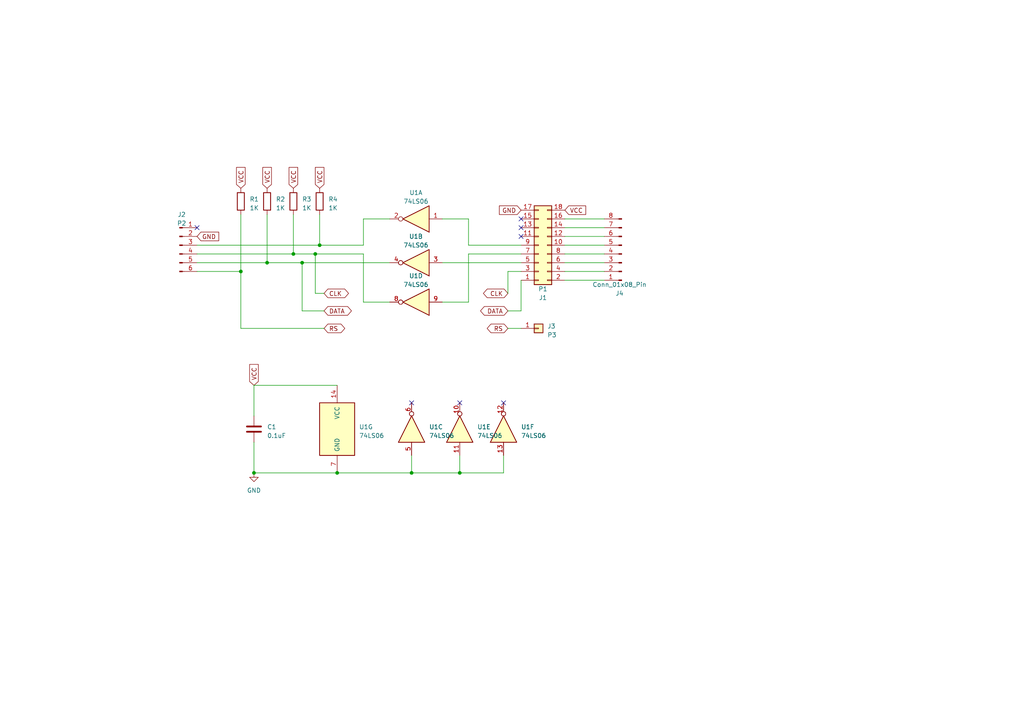
<source format=kicad_sch>
(kicad_sch (version 20230121) (generator eeschema)

  (uuid 25cd670d-0db9-4d1f-b987-b8950dbd7b1a)

  (paper "A4")

  (lib_symbols
    (symbol "74xx:74LS06" (pin_names (offset 1.016)) (in_bom yes) (on_board yes)
      (property "Reference" "U" (at 0 1.27 0)
        (effects (font (size 1.27 1.27)))
      )
      (property "Value" "74LS06" (at 0 -1.27 0)
        (effects (font (size 1.27 1.27)))
      )
      (property "Footprint" "" (at 0 0 0)
        (effects (font (size 1.27 1.27)) hide)
      )
      (property "Datasheet" "http://www.ti.com/lit/gpn/sn74LS06" (at 0 0 0)
        (effects (font (size 1.27 1.27)) hide)
      )
      (property "ki_locked" "" (at 0 0 0)
        (effects (font (size 1.27 1.27)))
      )
      (property "ki_keywords" "TTL not inv OpenCol" (at 0 0 0)
        (effects (font (size 1.27 1.27)) hide)
      )
      (property "ki_description" "Inverter Open Collect" (at 0 0 0)
        (effects (font (size 1.27 1.27)) hide)
      )
      (property "ki_fp_filters" "DIP*W7.62mm*" (at 0 0 0)
        (effects (font (size 1.27 1.27)) hide)
      )
      (symbol "74LS06_1_0"
        (polyline
          (pts
            (xy -3.81 3.81)
            (xy -3.81 -3.81)
            (xy 3.81 0)
            (xy -3.81 3.81)
          )
          (stroke (width 0.254) (type default))
          (fill (type background))
        )
        (pin input line (at -7.62 0 0) (length 3.81)
          (name "~" (effects (font (size 1.27 1.27))))
          (number "1" (effects (font (size 1.27 1.27))))
        )
        (pin open_collector inverted (at 7.62 0 180) (length 3.81)
          (name "~" (effects (font (size 1.27 1.27))))
          (number "2" (effects (font (size 1.27 1.27))))
        )
      )
      (symbol "74LS06_2_0"
        (polyline
          (pts
            (xy -3.81 3.81)
            (xy -3.81 -3.81)
            (xy 3.81 0)
            (xy -3.81 3.81)
          )
          (stroke (width 0.254) (type default))
          (fill (type background))
        )
        (pin input line (at -7.62 0 0) (length 3.81)
          (name "~" (effects (font (size 1.27 1.27))))
          (number "3" (effects (font (size 1.27 1.27))))
        )
        (pin open_collector inverted (at 7.62 0 180) (length 3.81)
          (name "~" (effects (font (size 1.27 1.27))))
          (number "4" (effects (font (size 1.27 1.27))))
        )
      )
      (symbol "74LS06_3_0"
        (polyline
          (pts
            (xy -3.81 3.81)
            (xy -3.81 -3.81)
            (xy 3.81 0)
            (xy -3.81 3.81)
          )
          (stroke (width 0.254) (type default))
          (fill (type background))
        )
        (pin input line (at -7.62 0 0) (length 3.81)
          (name "~" (effects (font (size 1.27 1.27))))
          (number "5" (effects (font (size 1.27 1.27))))
        )
        (pin open_collector inverted (at 7.62 0 180) (length 3.81)
          (name "~" (effects (font (size 1.27 1.27))))
          (number "6" (effects (font (size 1.27 1.27))))
        )
      )
      (symbol "74LS06_4_0"
        (polyline
          (pts
            (xy -3.81 3.81)
            (xy -3.81 -3.81)
            (xy 3.81 0)
            (xy -3.81 3.81)
          )
          (stroke (width 0.254) (type default))
          (fill (type background))
        )
        (pin open_collector inverted (at 7.62 0 180) (length 3.81)
          (name "~" (effects (font (size 1.27 1.27))))
          (number "8" (effects (font (size 1.27 1.27))))
        )
        (pin input line (at -7.62 0 0) (length 3.81)
          (name "~" (effects (font (size 1.27 1.27))))
          (number "9" (effects (font (size 1.27 1.27))))
        )
      )
      (symbol "74LS06_5_0"
        (polyline
          (pts
            (xy -3.81 3.81)
            (xy -3.81 -3.81)
            (xy 3.81 0)
            (xy -3.81 3.81)
          )
          (stroke (width 0.254) (type default))
          (fill (type background))
        )
        (pin open_collector inverted (at 7.62 0 180) (length 3.81)
          (name "~" (effects (font (size 1.27 1.27))))
          (number "10" (effects (font (size 1.27 1.27))))
        )
        (pin input line (at -7.62 0 0) (length 3.81)
          (name "~" (effects (font (size 1.27 1.27))))
          (number "11" (effects (font (size 1.27 1.27))))
        )
      )
      (symbol "74LS06_6_0"
        (polyline
          (pts
            (xy -3.81 3.81)
            (xy -3.81 -3.81)
            (xy 3.81 0)
            (xy -3.81 3.81)
          )
          (stroke (width 0.254) (type default))
          (fill (type background))
        )
        (pin open_collector inverted (at 7.62 0 180) (length 3.81)
          (name "~" (effects (font (size 1.27 1.27))))
          (number "12" (effects (font (size 1.27 1.27))))
        )
        (pin input line (at -7.62 0 0) (length 3.81)
          (name "~" (effects (font (size 1.27 1.27))))
          (number "13" (effects (font (size 1.27 1.27))))
        )
      )
      (symbol "74LS06_7_0"
        (pin power_in line (at 0 12.7 270) (length 5.08)
          (name "VCC" (effects (font (size 1.27 1.27))))
          (number "14" (effects (font (size 1.27 1.27))))
        )
        (pin power_in line (at 0 -12.7 90) (length 5.08)
          (name "GND" (effects (font (size 1.27 1.27))))
          (number "7" (effects (font (size 1.27 1.27))))
        )
      )
      (symbol "74LS06_7_1"
        (rectangle (start -5.08 7.62) (end 5.08 -7.62)
          (stroke (width 0.254) (type default))
          (fill (type background))
        )
      )
    )
    (symbol "Connector:Conn_01x06_Pin" (pin_names (offset 1.016) hide) (in_bom yes) (on_board yes)
      (property "Reference" "J" (at 0 7.62 0)
        (effects (font (size 1.27 1.27)))
      )
      (property "Value" "Conn_01x06_Pin" (at 0 -10.16 0)
        (effects (font (size 1.27 1.27)))
      )
      (property "Footprint" "" (at 0 0 0)
        (effects (font (size 1.27 1.27)) hide)
      )
      (property "Datasheet" "~" (at 0 0 0)
        (effects (font (size 1.27 1.27)) hide)
      )
      (property "ki_locked" "" (at 0 0 0)
        (effects (font (size 1.27 1.27)))
      )
      (property "ki_keywords" "connector" (at 0 0 0)
        (effects (font (size 1.27 1.27)) hide)
      )
      (property "ki_description" "Generic connector, single row, 01x06, script generated" (at 0 0 0)
        (effects (font (size 1.27 1.27)) hide)
      )
      (property "ki_fp_filters" "Connector*:*_1x??_*" (at 0 0 0)
        (effects (font (size 1.27 1.27)) hide)
      )
      (symbol "Conn_01x06_Pin_1_1"
        (polyline
          (pts
            (xy 1.27 -7.62)
            (xy 0.8636 -7.62)
          )
          (stroke (width 0.1524) (type default))
          (fill (type none))
        )
        (polyline
          (pts
            (xy 1.27 -5.08)
            (xy 0.8636 -5.08)
          )
          (stroke (width 0.1524) (type default))
          (fill (type none))
        )
        (polyline
          (pts
            (xy 1.27 -2.54)
            (xy 0.8636 -2.54)
          )
          (stroke (width 0.1524) (type default))
          (fill (type none))
        )
        (polyline
          (pts
            (xy 1.27 0)
            (xy 0.8636 0)
          )
          (stroke (width 0.1524) (type default))
          (fill (type none))
        )
        (polyline
          (pts
            (xy 1.27 2.54)
            (xy 0.8636 2.54)
          )
          (stroke (width 0.1524) (type default))
          (fill (type none))
        )
        (polyline
          (pts
            (xy 1.27 5.08)
            (xy 0.8636 5.08)
          )
          (stroke (width 0.1524) (type default))
          (fill (type none))
        )
        (rectangle (start 0.8636 -7.493) (end 0 -7.747)
          (stroke (width 0.1524) (type default))
          (fill (type outline))
        )
        (rectangle (start 0.8636 -4.953) (end 0 -5.207)
          (stroke (width 0.1524) (type default))
          (fill (type outline))
        )
        (rectangle (start 0.8636 -2.413) (end 0 -2.667)
          (stroke (width 0.1524) (type default))
          (fill (type outline))
        )
        (rectangle (start 0.8636 0.127) (end 0 -0.127)
          (stroke (width 0.1524) (type default))
          (fill (type outline))
        )
        (rectangle (start 0.8636 2.667) (end 0 2.413)
          (stroke (width 0.1524) (type default))
          (fill (type outline))
        )
        (rectangle (start 0.8636 5.207) (end 0 4.953)
          (stroke (width 0.1524) (type default))
          (fill (type outline))
        )
        (pin passive line (at 5.08 5.08 180) (length 3.81)
          (name "Pin_1" (effects (font (size 1.27 1.27))))
          (number "1" (effects (font (size 1.27 1.27))))
        )
        (pin passive line (at 5.08 2.54 180) (length 3.81)
          (name "Pin_2" (effects (font (size 1.27 1.27))))
          (number "2" (effects (font (size 1.27 1.27))))
        )
        (pin passive line (at 5.08 0 180) (length 3.81)
          (name "Pin_3" (effects (font (size 1.27 1.27))))
          (number "3" (effects (font (size 1.27 1.27))))
        )
        (pin passive line (at 5.08 -2.54 180) (length 3.81)
          (name "Pin_4" (effects (font (size 1.27 1.27))))
          (number "4" (effects (font (size 1.27 1.27))))
        )
        (pin passive line (at 5.08 -5.08 180) (length 3.81)
          (name "Pin_5" (effects (font (size 1.27 1.27))))
          (number "5" (effects (font (size 1.27 1.27))))
        )
        (pin passive line (at 5.08 -7.62 180) (length 3.81)
          (name "Pin_6" (effects (font (size 1.27 1.27))))
          (number "6" (effects (font (size 1.27 1.27))))
        )
      )
    )
    (symbol "Connector:Conn_01x08_Pin" (pin_names (offset 1.016) hide) (in_bom yes) (on_board yes)
      (property "Reference" "J" (at 0 10.16 0)
        (effects (font (size 1.27 1.27)))
      )
      (property "Value" "Conn_01x08_Pin" (at 0 -12.7 0)
        (effects (font (size 1.27 1.27)))
      )
      (property "Footprint" "" (at 0 0 0)
        (effects (font (size 1.27 1.27)) hide)
      )
      (property "Datasheet" "~" (at 0 0 0)
        (effects (font (size 1.27 1.27)) hide)
      )
      (property "ki_locked" "" (at 0 0 0)
        (effects (font (size 1.27 1.27)))
      )
      (property "ki_keywords" "connector" (at 0 0 0)
        (effects (font (size 1.27 1.27)) hide)
      )
      (property "ki_description" "Generic connector, single row, 01x08, script generated" (at 0 0 0)
        (effects (font (size 1.27 1.27)) hide)
      )
      (property "ki_fp_filters" "Connector*:*_1x??_*" (at 0 0 0)
        (effects (font (size 1.27 1.27)) hide)
      )
      (symbol "Conn_01x08_Pin_1_1"
        (polyline
          (pts
            (xy 1.27 -10.16)
            (xy 0.8636 -10.16)
          )
          (stroke (width 0.1524) (type default))
          (fill (type none))
        )
        (polyline
          (pts
            (xy 1.27 -7.62)
            (xy 0.8636 -7.62)
          )
          (stroke (width 0.1524) (type default))
          (fill (type none))
        )
        (polyline
          (pts
            (xy 1.27 -5.08)
            (xy 0.8636 -5.08)
          )
          (stroke (width 0.1524) (type default))
          (fill (type none))
        )
        (polyline
          (pts
            (xy 1.27 -2.54)
            (xy 0.8636 -2.54)
          )
          (stroke (width 0.1524) (type default))
          (fill (type none))
        )
        (polyline
          (pts
            (xy 1.27 0)
            (xy 0.8636 0)
          )
          (stroke (width 0.1524) (type default))
          (fill (type none))
        )
        (polyline
          (pts
            (xy 1.27 2.54)
            (xy 0.8636 2.54)
          )
          (stroke (width 0.1524) (type default))
          (fill (type none))
        )
        (polyline
          (pts
            (xy 1.27 5.08)
            (xy 0.8636 5.08)
          )
          (stroke (width 0.1524) (type default))
          (fill (type none))
        )
        (polyline
          (pts
            (xy 1.27 7.62)
            (xy 0.8636 7.62)
          )
          (stroke (width 0.1524) (type default))
          (fill (type none))
        )
        (rectangle (start 0.8636 -10.033) (end 0 -10.287)
          (stroke (width 0.1524) (type default))
          (fill (type outline))
        )
        (rectangle (start 0.8636 -7.493) (end 0 -7.747)
          (stroke (width 0.1524) (type default))
          (fill (type outline))
        )
        (rectangle (start 0.8636 -4.953) (end 0 -5.207)
          (stroke (width 0.1524) (type default))
          (fill (type outline))
        )
        (rectangle (start 0.8636 -2.413) (end 0 -2.667)
          (stroke (width 0.1524) (type default))
          (fill (type outline))
        )
        (rectangle (start 0.8636 0.127) (end 0 -0.127)
          (stroke (width 0.1524) (type default))
          (fill (type outline))
        )
        (rectangle (start 0.8636 2.667) (end 0 2.413)
          (stroke (width 0.1524) (type default))
          (fill (type outline))
        )
        (rectangle (start 0.8636 5.207) (end 0 4.953)
          (stroke (width 0.1524) (type default))
          (fill (type outline))
        )
        (rectangle (start 0.8636 7.747) (end 0 7.493)
          (stroke (width 0.1524) (type default))
          (fill (type outline))
        )
        (pin passive line (at 5.08 7.62 180) (length 3.81)
          (name "Pin_1" (effects (font (size 1.27 1.27))))
          (number "1" (effects (font (size 1.27 1.27))))
        )
        (pin passive line (at 5.08 5.08 180) (length 3.81)
          (name "Pin_2" (effects (font (size 1.27 1.27))))
          (number "2" (effects (font (size 1.27 1.27))))
        )
        (pin passive line (at 5.08 2.54 180) (length 3.81)
          (name "Pin_3" (effects (font (size 1.27 1.27))))
          (number "3" (effects (font (size 1.27 1.27))))
        )
        (pin passive line (at 5.08 0 180) (length 3.81)
          (name "Pin_4" (effects (font (size 1.27 1.27))))
          (number "4" (effects (font (size 1.27 1.27))))
        )
        (pin passive line (at 5.08 -2.54 180) (length 3.81)
          (name "Pin_5" (effects (font (size 1.27 1.27))))
          (number "5" (effects (font (size 1.27 1.27))))
        )
        (pin passive line (at 5.08 -5.08 180) (length 3.81)
          (name "Pin_6" (effects (font (size 1.27 1.27))))
          (number "6" (effects (font (size 1.27 1.27))))
        )
        (pin passive line (at 5.08 -7.62 180) (length 3.81)
          (name "Pin_7" (effects (font (size 1.27 1.27))))
          (number "7" (effects (font (size 1.27 1.27))))
        )
        (pin passive line (at 5.08 -10.16 180) (length 3.81)
          (name "Pin_8" (effects (font (size 1.27 1.27))))
          (number "8" (effects (font (size 1.27 1.27))))
        )
      )
    )
    (symbol "Connector_Generic:Conn_01x01" (pin_names (offset 1.016) hide) (in_bom yes) (on_board yes)
      (property "Reference" "J" (at 0 2.54 0)
        (effects (font (size 1.27 1.27)))
      )
      (property "Value" "Conn_01x01" (at 0 -2.54 0)
        (effects (font (size 1.27 1.27)))
      )
      (property "Footprint" "" (at 0 0 0)
        (effects (font (size 1.27 1.27)) hide)
      )
      (property "Datasheet" "~" (at 0 0 0)
        (effects (font (size 1.27 1.27)) hide)
      )
      (property "ki_keywords" "connector" (at 0 0 0)
        (effects (font (size 1.27 1.27)) hide)
      )
      (property "ki_description" "Generic connector, single row, 01x01, script generated (kicad-library-utils/schlib/autogen/connector/)" (at 0 0 0)
        (effects (font (size 1.27 1.27)) hide)
      )
      (property "ki_fp_filters" "Connector*:*_1x??_*" (at 0 0 0)
        (effects (font (size 1.27 1.27)) hide)
      )
      (symbol "Conn_01x01_1_1"
        (rectangle (start -1.27 0.127) (end 0 -0.127)
          (stroke (width 0.1524) (type default))
          (fill (type none))
        )
        (rectangle (start -1.27 1.27) (end 1.27 -1.27)
          (stroke (width 0.254) (type default))
          (fill (type background))
        )
        (pin passive line (at -5.08 0 0) (length 3.81)
          (name "Pin_1" (effects (font (size 1.27 1.27))))
          (number "1" (effects (font (size 1.27 1.27))))
        )
      )
    )
    (symbol "Connector_Generic:Conn_02x09_Odd_Even" (pin_names (offset 1.016) hide) (in_bom yes) (on_board yes)
      (property "Reference" "J" (at 1.27 12.7 0)
        (effects (font (size 1.27 1.27)))
      )
      (property "Value" "Conn_02x09_Odd_Even" (at 1.27 -12.7 0)
        (effects (font (size 1.27 1.27)))
      )
      (property "Footprint" "" (at 0 0 0)
        (effects (font (size 1.27 1.27)) hide)
      )
      (property "Datasheet" "~" (at 0 0 0)
        (effects (font (size 1.27 1.27)) hide)
      )
      (property "ki_keywords" "connector" (at 0 0 0)
        (effects (font (size 1.27 1.27)) hide)
      )
      (property "ki_description" "Generic connector, double row, 02x09, odd/even pin numbering scheme (row 1 odd numbers, row 2 even numbers), script generated (kicad-library-utils/schlib/autogen/connector/)" (at 0 0 0)
        (effects (font (size 1.27 1.27)) hide)
      )
      (property "ki_fp_filters" "Connector*:*_2x??_*" (at 0 0 0)
        (effects (font (size 1.27 1.27)) hide)
      )
      (symbol "Conn_02x09_Odd_Even_1_1"
        (rectangle (start -1.27 -10.033) (end 0 -10.287)
          (stroke (width 0.1524) (type default))
          (fill (type none))
        )
        (rectangle (start -1.27 -7.493) (end 0 -7.747)
          (stroke (width 0.1524) (type default))
          (fill (type none))
        )
        (rectangle (start -1.27 -4.953) (end 0 -5.207)
          (stroke (width 0.1524) (type default))
          (fill (type none))
        )
        (rectangle (start -1.27 -2.413) (end 0 -2.667)
          (stroke (width 0.1524) (type default))
          (fill (type none))
        )
        (rectangle (start -1.27 0.127) (end 0 -0.127)
          (stroke (width 0.1524) (type default))
          (fill (type none))
        )
        (rectangle (start -1.27 2.667) (end 0 2.413)
          (stroke (width 0.1524) (type default))
          (fill (type none))
        )
        (rectangle (start -1.27 5.207) (end 0 4.953)
          (stroke (width 0.1524) (type default))
          (fill (type none))
        )
        (rectangle (start -1.27 7.747) (end 0 7.493)
          (stroke (width 0.1524) (type default))
          (fill (type none))
        )
        (rectangle (start -1.27 10.287) (end 0 10.033)
          (stroke (width 0.1524) (type default))
          (fill (type none))
        )
        (rectangle (start -1.27 11.43) (end 3.81 -11.43)
          (stroke (width 0.254) (type default))
          (fill (type background))
        )
        (rectangle (start 3.81 -10.033) (end 2.54 -10.287)
          (stroke (width 0.1524) (type default))
          (fill (type none))
        )
        (rectangle (start 3.81 -7.493) (end 2.54 -7.747)
          (stroke (width 0.1524) (type default))
          (fill (type none))
        )
        (rectangle (start 3.81 -4.953) (end 2.54 -5.207)
          (stroke (width 0.1524) (type default))
          (fill (type none))
        )
        (rectangle (start 3.81 -2.413) (end 2.54 -2.667)
          (stroke (width 0.1524) (type default))
          (fill (type none))
        )
        (rectangle (start 3.81 0.127) (end 2.54 -0.127)
          (stroke (width 0.1524) (type default))
          (fill (type none))
        )
        (rectangle (start 3.81 2.667) (end 2.54 2.413)
          (stroke (width 0.1524) (type default))
          (fill (type none))
        )
        (rectangle (start 3.81 5.207) (end 2.54 4.953)
          (stroke (width 0.1524) (type default))
          (fill (type none))
        )
        (rectangle (start 3.81 7.747) (end 2.54 7.493)
          (stroke (width 0.1524) (type default))
          (fill (type none))
        )
        (rectangle (start 3.81 10.287) (end 2.54 10.033)
          (stroke (width 0.1524) (type default))
          (fill (type none))
        )
        (pin passive line (at -5.08 10.16 0) (length 3.81)
          (name "Pin_1" (effects (font (size 1.27 1.27))))
          (number "1" (effects (font (size 1.27 1.27))))
        )
        (pin passive line (at 7.62 0 180) (length 3.81)
          (name "Pin_10" (effects (font (size 1.27 1.27))))
          (number "10" (effects (font (size 1.27 1.27))))
        )
        (pin passive line (at -5.08 -2.54 0) (length 3.81)
          (name "Pin_11" (effects (font (size 1.27 1.27))))
          (number "11" (effects (font (size 1.27 1.27))))
        )
        (pin passive line (at 7.62 -2.54 180) (length 3.81)
          (name "Pin_12" (effects (font (size 1.27 1.27))))
          (number "12" (effects (font (size 1.27 1.27))))
        )
        (pin passive line (at -5.08 -5.08 0) (length 3.81)
          (name "Pin_13" (effects (font (size 1.27 1.27))))
          (number "13" (effects (font (size 1.27 1.27))))
        )
        (pin passive line (at 7.62 -5.08 180) (length 3.81)
          (name "Pin_14" (effects (font (size 1.27 1.27))))
          (number "14" (effects (font (size 1.27 1.27))))
        )
        (pin passive line (at -5.08 -7.62 0) (length 3.81)
          (name "Pin_15" (effects (font (size 1.27 1.27))))
          (number "15" (effects (font (size 1.27 1.27))))
        )
        (pin passive line (at 7.62 -7.62 180) (length 3.81)
          (name "Pin_16" (effects (font (size 1.27 1.27))))
          (number "16" (effects (font (size 1.27 1.27))))
        )
        (pin passive line (at -5.08 -10.16 0) (length 3.81)
          (name "Pin_17" (effects (font (size 1.27 1.27))))
          (number "17" (effects (font (size 1.27 1.27))))
        )
        (pin passive line (at 7.62 -10.16 180) (length 3.81)
          (name "Pin_18" (effects (font (size 1.27 1.27))))
          (number "18" (effects (font (size 1.27 1.27))))
        )
        (pin passive line (at 7.62 10.16 180) (length 3.81)
          (name "Pin_2" (effects (font (size 1.27 1.27))))
          (number "2" (effects (font (size 1.27 1.27))))
        )
        (pin passive line (at -5.08 7.62 0) (length 3.81)
          (name "Pin_3" (effects (font (size 1.27 1.27))))
          (number "3" (effects (font (size 1.27 1.27))))
        )
        (pin passive line (at 7.62 7.62 180) (length 3.81)
          (name "Pin_4" (effects (font (size 1.27 1.27))))
          (number "4" (effects (font (size 1.27 1.27))))
        )
        (pin passive line (at -5.08 5.08 0) (length 3.81)
          (name "Pin_5" (effects (font (size 1.27 1.27))))
          (number "5" (effects (font (size 1.27 1.27))))
        )
        (pin passive line (at 7.62 5.08 180) (length 3.81)
          (name "Pin_6" (effects (font (size 1.27 1.27))))
          (number "6" (effects (font (size 1.27 1.27))))
        )
        (pin passive line (at -5.08 2.54 0) (length 3.81)
          (name "Pin_7" (effects (font (size 1.27 1.27))))
          (number "7" (effects (font (size 1.27 1.27))))
        )
        (pin passive line (at 7.62 2.54 180) (length 3.81)
          (name "Pin_8" (effects (font (size 1.27 1.27))))
          (number "8" (effects (font (size 1.27 1.27))))
        )
        (pin passive line (at -5.08 0 0) (length 3.81)
          (name "Pin_9" (effects (font (size 1.27 1.27))))
          (number "9" (effects (font (size 1.27 1.27))))
        )
      )
    )
    (symbol "Device:C" (pin_numbers hide) (pin_names (offset 0.254)) (in_bom yes) (on_board yes)
      (property "Reference" "C" (at 0.635 2.54 0)
        (effects (font (size 1.27 1.27)) (justify left))
      )
      (property "Value" "C" (at 0.635 -2.54 0)
        (effects (font (size 1.27 1.27)) (justify left))
      )
      (property "Footprint" "" (at 0.9652 -3.81 0)
        (effects (font (size 1.27 1.27)) hide)
      )
      (property "Datasheet" "~" (at 0 0 0)
        (effects (font (size 1.27 1.27)) hide)
      )
      (property "ki_keywords" "cap capacitor" (at 0 0 0)
        (effects (font (size 1.27 1.27)) hide)
      )
      (property "ki_description" "Unpolarized capacitor" (at 0 0 0)
        (effects (font (size 1.27 1.27)) hide)
      )
      (property "ki_fp_filters" "C_*" (at 0 0 0)
        (effects (font (size 1.27 1.27)) hide)
      )
      (symbol "C_0_1"
        (polyline
          (pts
            (xy -2.032 -0.762)
            (xy 2.032 -0.762)
          )
          (stroke (width 0.508) (type default))
          (fill (type none))
        )
        (polyline
          (pts
            (xy -2.032 0.762)
            (xy 2.032 0.762)
          )
          (stroke (width 0.508) (type default))
          (fill (type none))
        )
      )
      (symbol "C_1_1"
        (pin passive line (at 0 3.81 270) (length 2.794)
          (name "~" (effects (font (size 1.27 1.27))))
          (number "1" (effects (font (size 1.27 1.27))))
        )
        (pin passive line (at 0 -3.81 90) (length 2.794)
          (name "~" (effects (font (size 1.27 1.27))))
          (number "2" (effects (font (size 1.27 1.27))))
        )
      )
    )
    (symbol "Device:R" (pin_numbers hide) (pin_names (offset 0)) (in_bom yes) (on_board yes)
      (property "Reference" "R" (at 2.032 0 90)
        (effects (font (size 1.27 1.27)))
      )
      (property "Value" "R" (at 0 0 90)
        (effects (font (size 1.27 1.27)))
      )
      (property "Footprint" "" (at -1.778 0 90)
        (effects (font (size 1.27 1.27)) hide)
      )
      (property "Datasheet" "~" (at 0 0 0)
        (effects (font (size 1.27 1.27)) hide)
      )
      (property "ki_keywords" "R res resistor" (at 0 0 0)
        (effects (font (size 1.27 1.27)) hide)
      )
      (property "ki_description" "Resistor" (at 0 0 0)
        (effects (font (size 1.27 1.27)) hide)
      )
      (property "ki_fp_filters" "R_*" (at 0 0 0)
        (effects (font (size 1.27 1.27)) hide)
      )
      (symbol "R_0_1"
        (rectangle (start -1.016 -2.54) (end 1.016 2.54)
          (stroke (width 0.254) (type default))
          (fill (type none))
        )
      )
      (symbol "R_1_1"
        (pin passive line (at 0 3.81 270) (length 1.27)
          (name "~" (effects (font (size 1.27 1.27))))
          (number "1" (effects (font (size 1.27 1.27))))
        )
        (pin passive line (at 0 -3.81 90) (length 1.27)
          (name "~" (effects (font (size 1.27 1.27))))
          (number "2" (effects (font (size 1.27 1.27))))
        )
      )
    )
    (symbol "power:GND" (power) (pin_names (offset 0)) (in_bom yes) (on_board yes)
      (property "Reference" "#PWR" (at 0 -6.35 0)
        (effects (font (size 1.27 1.27)) hide)
      )
      (property "Value" "GND" (at 0 -3.81 0)
        (effects (font (size 1.27 1.27)))
      )
      (property "Footprint" "" (at 0 0 0)
        (effects (font (size 1.27 1.27)) hide)
      )
      (property "Datasheet" "" (at 0 0 0)
        (effects (font (size 1.27 1.27)) hide)
      )
      (property "ki_keywords" "global power" (at 0 0 0)
        (effects (font (size 1.27 1.27)) hide)
      )
      (property "ki_description" "Power symbol creates a global label with name \"GND\" , ground" (at 0 0 0)
        (effects (font (size 1.27 1.27)) hide)
      )
      (symbol "GND_0_1"
        (polyline
          (pts
            (xy 0 0)
            (xy 0 -1.27)
            (xy 1.27 -1.27)
            (xy 0 -2.54)
            (xy -1.27 -1.27)
            (xy 0 -1.27)
          )
          (stroke (width 0) (type default))
          (fill (type none))
        )
      )
      (symbol "GND_1_1"
        (pin power_in line (at 0 0 270) (length 0) hide
          (name "GND" (effects (font (size 1.27 1.27))))
          (number "1" (effects (font (size 1.27 1.27))))
        )
      )
    )
  )


  (junction (at 133.35 137.16) (diameter 0) (color 0 0 0 0)
    (uuid 11d6ef58-24ce-4fbf-abd6-f9b5c36539f5)
  )
  (junction (at 91.44 73.66) (diameter 0) (color 0 0 0 0)
    (uuid 1424f3dd-ee25-4db0-9c06-726173c63578)
  )
  (junction (at 85.09 73.66) (diameter 0) (color 0 0 0 0)
    (uuid 2dffcacd-ea84-4d09-b7e9-dead02c7cc54)
  )
  (junction (at 69.85 78.74) (diameter 0) (color 0 0 0 0)
    (uuid 43196897-20ff-4518-b5f2-cfdac9ab33ea)
  )
  (junction (at 97.79 137.16) (diameter 0) (color 0 0 0 0)
    (uuid 681da72f-e0ba-4971-acdd-b122d18cc01f)
  )
  (junction (at 119.38 137.16) (diameter 0) (color 0 0 0 0)
    (uuid 8c852700-ea32-4012-98b6-ef11d993e8eb)
  )
  (junction (at 73.66 137.16) (diameter 0) (color 0 0 0 0)
    (uuid 9941931e-ffa7-4704-8c39-b0376e0c7251)
  )
  (junction (at 87.63 76.2) (diameter 0) (color 0 0 0 0)
    (uuid 99832be7-a007-4cd5-9e41-018454d66a06)
  )
  (junction (at 77.47 76.2) (diameter 0) (color 0 0 0 0)
    (uuid d42f8cef-ff24-44f5-bbd4-3c05b8757b6c)
  )
  (junction (at 92.71 71.12) (diameter 0) (color 0 0 0 0)
    (uuid f9aa9a38-c9a3-4915-8602-de5361f1c4fd)
  )

  (no_connect (at 151.13 68.58) (uuid 1d7c1129-badd-44e4-91ab-751060b2c5d3))
  (no_connect (at 133.35 116.84) (uuid 29936415-21f9-4540-8eca-7a18bce2eddd))
  (no_connect (at 57.15 66.04) (uuid 418ef9fb-8848-401e-8de0-65c124bd368f))
  (no_connect (at 151.13 63.5) (uuid 5b9aa732-e13d-40e9-9146-f30c314651cd))
  (no_connect (at 119.38 116.84) (uuid 606a6e5d-e94d-483e-bfcc-89bc07841be3))
  (no_connect (at 151.13 66.04) (uuid 7671e592-169f-487a-9e2a-871be6da808f))
  (no_connect (at 146.05 116.84) (uuid ab42af5b-8d63-4c91-b549-0b1a6b0bc1f2))

  (wire (pts (xy 57.15 71.12) (xy 92.71 71.12))
    (stroke (width 0) (type default))
    (uuid 00e80e49-94de-4649-bb7b-7f5bff21297a)
  )
  (wire (pts (xy 85.09 73.66) (xy 91.44 73.66))
    (stroke (width 0) (type default))
    (uuid 03ffcd87-99cd-4970-98b5-68aab028d0df)
  )
  (wire (pts (xy 69.85 62.23) (xy 69.85 78.74))
    (stroke (width 0) (type default))
    (uuid 08eb26ee-c17d-482b-a54d-1886b26b7e0b)
  )
  (wire (pts (xy 135.89 63.5) (xy 135.89 71.12))
    (stroke (width 0) (type default))
    (uuid 0cbb8624-9c13-45ed-aa58-9e80204f4334)
  )
  (wire (pts (xy 119.38 137.16) (xy 133.35 137.16))
    (stroke (width 0) (type default))
    (uuid 0e38e304-42cc-455f-9841-0c9cc331a237)
  )
  (wire (pts (xy 163.83 76.2) (xy 175.26 76.2))
    (stroke (width 0) (type default))
    (uuid 0eaf9cd9-1fdb-4695-8c4a-eaa661730336)
  )
  (wire (pts (xy 135.89 73.66) (xy 135.89 87.63))
    (stroke (width 0) (type default))
    (uuid 0f634866-091e-4dbb-ba7d-fc5856467ef5)
  )
  (wire (pts (xy 133.35 132.08) (xy 133.35 137.16))
    (stroke (width 0) (type default))
    (uuid 0fd46be1-770f-42d7-90aa-061585ba0a0a)
  )
  (wire (pts (xy 146.05 137.16) (xy 146.05 132.08))
    (stroke (width 0) (type default))
    (uuid 11c0c8f1-1aed-476c-b3fd-3d65937515d1)
  )
  (wire (pts (xy 105.41 71.12) (xy 105.41 63.5))
    (stroke (width 0) (type default))
    (uuid 13734357-6138-4e55-a591-ac272a6c75e4)
  )
  (wire (pts (xy 87.63 90.17) (xy 87.63 76.2))
    (stroke (width 0) (type default))
    (uuid 153c5683-58f3-4386-ab70-a99f58017639)
  )
  (wire (pts (xy 135.89 71.12) (xy 151.13 71.12))
    (stroke (width 0) (type default))
    (uuid 17a091fd-a970-4b62-84eb-1630ad2f0d06)
  )
  (wire (pts (xy 119.38 132.08) (xy 119.38 137.16))
    (stroke (width 0) (type default))
    (uuid 17d496f1-a092-4a2a-8ad0-02fca4c33f94)
  )
  (wire (pts (xy 85.09 62.23) (xy 85.09 73.66))
    (stroke (width 0) (type default))
    (uuid 24c4c904-6120-49c9-b9bc-ce275ae2d52d)
  )
  (wire (pts (xy 92.71 71.12) (xy 105.41 71.12))
    (stroke (width 0) (type default))
    (uuid 26bec608-56ac-4117-a01b-0c3e32fe7fa7)
  )
  (wire (pts (xy 147.32 95.25) (xy 151.13 95.25))
    (stroke (width 0) (type default))
    (uuid 278a4877-304a-44f5-b794-9f4102330ee5)
  )
  (wire (pts (xy 77.47 76.2) (xy 87.63 76.2))
    (stroke (width 0) (type default))
    (uuid 2a978f18-bc84-4daa-a44d-8f5b49cffe20)
  )
  (wire (pts (xy 77.47 62.23) (xy 77.47 76.2))
    (stroke (width 0) (type default))
    (uuid 2f76b021-a0d1-4c0f-b3e3-86e6cf8b6c92)
  )
  (wire (pts (xy 92.71 62.23) (xy 92.71 71.12))
    (stroke (width 0) (type default))
    (uuid 3137846d-738b-4854-ad87-3fd322db9c26)
  )
  (wire (pts (xy 91.44 73.66) (xy 105.41 73.66))
    (stroke (width 0) (type default))
    (uuid 3992ab69-6c18-4d5e-a430-b6c93e42f131)
  )
  (wire (pts (xy 163.83 63.5) (xy 175.26 63.5))
    (stroke (width 0) (type default))
    (uuid 3dcbbfc9-c6a3-4772-9c72-f2588eb15cf1)
  )
  (wire (pts (xy 163.83 66.04) (xy 175.26 66.04))
    (stroke (width 0) (type default))
    (uuid 3ea67c33-d506-4e49-bb12-1cb0e80fc82e)
  )
  (wire (pts (xy 147.32 85.09) (xy 147.32 78.74))
    (stroke (width 0) (type default))
    (uuid 646484d2-fe63-475d-947a-6fc878e5ecac)
  )
  (wire (pts (xy 105.41 73.66) (xy 105.41 87.63))
    (stroke (width 0) (type default))
    (uuid 6515993c-134d-42ed-8180-51284f2ae7a6)
  )
  (wire (pts (xy 151.13 90.17) (xy 151.13 81.28))
    (stroke (width 0) (type default))
    (uuid 6c637976-4581-44d7-8dea-79d44added00)
  )
  (wire (pts (xy 128.27 63.5) (xy 135.89 63.5))
    (stroke (width 0) (type default))
    (uuid 70eb7b94-542e-4a44-b716-ce6964aef1fd)
  )
  (wire (pts (xy 128.27 76.2) (xy 151.13 76.2))
    (stroke (width 0) (type default))
    (uuid 729713a0-bdd7-4719-a068-7c35106ff1bb)
  )
  (wire (pts (xy 73.66 128.27) (xy 73.66 137.16))
    (stroke (width 0) (type default))
    (uuid 7309e60d-efe7-4ec0-b239-d971843cca8a)
  )
  (wire (pts (xy 73.66 137.16) (xy 97.79 137.16))
    (stroke (width 0) (type default))
    (uuid 742790e8-6b1c-4220-a0a4-ba13f769cbdb)
  )
  (wire (pts (xy 128.27 87.63) (xy 135.89 87.63))
    (stroke (width 0) (type default))
    (uuid 7c3228fc-8615-4d8c-a4fe-a4c148ffdfe8)
  )
  (wire (pts (xy 163.83 78.74) (xy 175.26 78.74))
    (stroke (width 0) (type default))
    (uuid 84151f5b-1889-4b15-a9a0-98ef8520dd3f)
  )
  (wire (pts (xy 87.63 76.2) (xy 113.03 76.2))
    (stroke (width 0) (type default))
    (uuid 84a91135-0023-4c97-9ee3-cd8482b21108)
  )
  (wire (pts (xy 151.13 73.66) (xy 135.89 73.66))
    (stroke (width 0) (type default))
    (uuid 966dac25-4448-40d3-8ed7-cf364de463f9)
  )
  (wire (pts (xy 147.32 90.17) (xy 151.13 90.17))
    (stroke (width 0) (type default))
    (uuid 975d25ab-63f2-4298-8e58-a51b2bae2e47)
  )
  (wire (pts (xy 163.83 68.58) (xy 175.26 68.58))
    (stroke (width 0) (type default))
    (uuid 97f48df7-0f86-4aad-8938-83b39e5a60fb)
  )
  (wire (pts (xy 105.41 87.63) (xy 113.03 87.63))
    (stroke (width 0) (type default))
    (uuid b1153b67-e51e-4c8a-9e8c-3ea2f6186813)
  )
  (wire (pts (xy 57.15 76.2) (xy 77.47 76.2))
    (stroke (width 0) (type default))
    (uuid b2579671-3a9d-4536-861c-945d689a708e)
  )
  (wire (pts (xy 105.41 63.5) (xy 113.03 63.5))
    (stroke (width 0) (type default))
    (uuid b308c03d-bda3-4302-8a93-a71fe5eb9d8d)
  )
  (wire (pts (xy 163.83 73.66) (xy 175.26 73.66))
    (stroke (width 0) (type default))
    (uuid b34515e6-e453-4373-bb54-a09e27104277)
  )
  (wire (pts (xy 57.15 78.74) (xy 69.85 78.74))
    (stroke (width 0) (type default))
    (uuid b8adfa5b-8928-46b2-add1-45d6138069be)
  )
  (wire (pts (xy 163.83 71.12) (xy 175.26 71.12))
    (stroke (width 0) (type default))
    (uuid bbf55bbf-ff10-469e-ad19-6cf6f94e8a20)
  )
  (wire (pts (xy 69.85 95.25) (xy 69.85 78.74))
    (stroke (width 0) (type default))
    (uuid c49add4f-7660-463f-bf07-e7e31bfacaff)
  )
  (wire (pts (xy 97.79 137.16) (xy 119.38 137.16))
    (stroke (width 0) (type default))
    (uuid c975bfbc-74c9-4f71-a8a9-3e8812f29c6f)
  )
  (wire (pts (xy 93.98 90.17) (xy 87.63 90.17))
    (stroke (width 0) (type default))
    (uuid cf968b3b-efdc-4c96-8a31-0863b53842ee)
  )
  (wire (pts (xy 93.98 85.09) (xy 91.44 85.09))
    (stroke (width 0) (type default))
    (uuid d3eb19d7-c25b-4dae-b06a-beec19529046)
  )
  (wire (pts (xy 91.44 85.09) (xy 91.44 73.66))
    (stroke (width 0) (type default))
    (uuid db0a4f28-731e-4262-aba8-e1cbeab71963)
  )
  (wire (pts (xy 133.35 137.16) (xy 146.05 137.16))
    (stroke (width 0) (type default))
    (uuid dc26b9ac-6b54-4479-bdd2-5ac00f843200)
  )
  (wire (pts (xy 57.15 73.66) (xy 85.09 73.66))
    (stroke (width 0) (type default))
    (uuid ea5c8dab-8acb-4760-bea5-47421033785b)
  )
  (wire (pts (xy 73.66 111.76) (xy 97.79 111.76))
    (stroke (width 0) (type default))
    (uuid ea77d4e9-cbd2-4096-bb77-22e55c66a3cd)
  )
  (wire (pts (xy 69.85 95.25) (xy 93.98 95.25))
    (stroke (width 0) (type default))
    (uuid f4110fba-ddd5-4f7b-a77f-5e5aa0dacacd)
  )
  (wire (pts (xy 73.66 120.65) (xy 73.66 111.76))
    (stroke (width 0) (type default))
    (uuid f526a6cf-4a2e-4549-acb1-cf95a5ad1b41)
  )
  (wire (pts (xy 163.83 81.28) (xy 175.26 81.28))
    (stroke (width 0) (type default))
    (uuid f64245c8-fbc4-46a1-a4b0-6a92774a7692)
  )
  (wire (pts (xy 147.32 78.74) (xy 151.13 78.74))
    (stroke (width 0) (type default))
    (uuid f74806e8-6998-4fd7-9b6b-5eb879f70101)
  )

  (global_label "RS" (shape bidirectional) (at 147.32 95.25 180) (fields_autoplaced)
    (effects (font (size 1.27 1.27)) (justify right))
    (uuid 31c6c3d4-4323-4e84-b240-2d6387ca6f32)
    (property "Intersheetrefs" "${INTERSHEET_REFS}" (at 140.8234 95.25 0)
      (effects (font (size 1.27 1.27)) (justify right) hide)
    )
  )
  (global_label "VCC" (shape input) (at 92.71 54.61 90) (fields_autoplaced)
    (effects (font (size 1.27 1.27)) (justify left))
    (uuid 3cb71d6a-d633-4dc1-a763-b2bb6568c0b7)
    (property "Intersheetrefs" "${INTERSHEET_REFS}" (at 92.71 48.0756 90)
      (effects (font (size 1.27 1.27)) (justify left) hide)
    )
  )
  (global_label "GND" (shape input) (at 57.15 68.58 0) (fields_autoplaced)
    (effects (font (size 1.27 1.27)) (justify left))
    (uuid 3efa9326-5f49-40fe-858f-190cd92343c0)
    (property "Intersheetrefs" "${INTERSHEET_REFS}" (at 63.9263 68.58 0)
      (effects (font (size 1.27 1.27)) (justify left) hide)
    )
  )
  (global_label "DATA" (shape bidirectional) (at 93.98 90.17 0) (fields_autoplaced)
    (effects (font (size 1.27 1.27)) (justify left))
    (uuid 46229a97-e003-4a0e-a1d0-7334ea0b1824)
    (property "Intersheetrefs" "${INTERSHEET_REFS}" (at 102.4119 90.17 0)
      (effects (font (size 1.27 1.27)) (justify left) hide)
    )
  )
  (global_label "CLK" (shape bidirectional) (at 147.32 85.09 180) (fields_autoplaced)
    (effects (font (size 1.27 1.27)) (justify right))
    (uuid 496b1117-ee60-4719-a88b-4471baf0006b)
    (property "Intersheetrefs" "${INTERSHEET_REFS}" (at 139.7348 85.09 0)
      (effects (font (size 1.27 1.27)) (justify right) hide)
    )
  )
  (global_label "VCC" (shape input) (at 69.85 54.61 90) (fields_autoplaced)
    (effects (font (size 1.27 1.27)) (justify left))
    (uuid 4bd749f7-2be9-4475-b916-88c50692d9ff)
    (property "Intersheetrefs" "${INTERSHEET_REFS}" (at 69.85 48.0756 90)
      (effects (font (size 1.27 1.27)) (justify left) hide)
    )
  )
  (global_label "VCC" (shape input) (at 77.47 54.61 90) (fields_autoplaced)
    (effects (font (size 1.27 1.27)) (justify left))
    (uuid 4c18dd14-4297-40d1-a54d-2aecc6842e7c)
    (property "Intersheetrefs" "${INTERSHEET_REFS}" (at 77.47 48.0756 90)
      (effects (font (size 1.27 1.27)) (justify left) hide)
    )
  )
  (global_label "RS" (shape bidirectional) (at 93.98 95.25 0) (fields_autoplaced)
    (effects (font (size 1.27 1.27)) (justify left))
    (uuid 4fa59db0-ccf7-408f-ac54-4910a7ce52ee)
    (property "Intersheetrefs" "${INTERSHEET_REFS}" (at 100.4766 95.25 0)
      (effects (font (size 1.27 1.27)) (justify left) hide)
    )
  )
  (global_label "GND" (shape input) (at 151.13 60.96 180) (fields_autoplaced)
    (effects (font (size 1.27 1.27)) (justify right))
    (uuid 54e0187d-c382-4287-8e2c-b38ac35542c5)
    (property "Intersheetrefs" "${INTERSHEET_REFS}" (at 144.3537 60.96 0)
      (effects (font (size 1.27 1.27)) (justify right) hide)
    )
  )
  (global_label "VCC" (shape input) (at 85.09 54.61 90) (fields_autoplaced)
    (effects (font (size 1.27 1.27)) (justify left))
    (uuid 55382d47-be57-4166-bce5-fccb625141cb)
    (property "Intersheetrefs" "${INTERSHEET_REFS}" (at 85.09 48.0756 90)
      (effects (font (size 1.27 1.27)) (justify left) hide)
    )
  )
  (global_label "VCC" (shape input) (at 73.66 111.76 90) (fields_autoplaced)
    (effects (font (size 1.27 1.27)) (justify left))
    (uuid 96436b1c-48a3-4a63-944a-2e97f1997fe2)
    (property "Intersheetrefs" "${INTERSHEET_REFS}" (at 73.66 105.2256 90)
      (effects (font (size 1.27 1.27)) (justify left) hide)
    )
  )
  (global_label "VCC" (shape input) (at 163.83 60.96 0) (fields_autoplaced)
    (effects (font (size 1.27 1.27)) (justify left))
    (uuid e14e2b54-a0b4-40e9-abec-ccdd79d4a44a)
    (property "Intersheetrefs" "${INTERSHEET_REFS}" (at 170.3644 60.96 0)
      (effects (font (size 1.27 1.27)) (justify left) hide)
    )
  )
  (global_label "CLK" (shape bidirectional) (at 93.98 85.09 0) (fields_autoplaced)
    (effects (font (size 1.27 1.27)) (justify left))
    (uuid e4afb99d-bacd-49f7-91e3-d0c45423e7de)
    (property "Intersheetrefs" "${INTERSHEET_REFS}" (at 101.5652 85.09 0)
      (effects (font (size 1.27 1.27)) (justify left) hide)
    )
  )
  (global_label "DATA" (shape bidirectional) (at 147.32 90.17 180) (fields_autoplaced)
    (effects (font (size 1.27 1.27)) (justify right))
    (uuid e7f8f159-6c52-42f0-844b-2c14e30a3770)
    (property "Intersheetrefs" "${INTERSHEET_REFS}" (at 138.8881 90.17 0)
      (effects (font (size 1.27 1.27)) (justify right) hide)
    )
  )

  (symbol (lib_id "74xx:74LS06") (at 133.35 124.46 90) (unit 5)
    (in_bom yes) (on_board yes) (dnp no) (fields_autoplaced)
    (uuid 1b2c97cd-5ca1-4681-b03b-1de647ddf690)
    (property "Reference" "U1" (at 138.43 123.825 90)
      (effects (font (size 1.27 1.27)) (justify right))
    )
    (property "Value" "74LS06" (at 138.43 126.365 90)
      (effects (font (size 1.27 1.27)) (justify right))
    )
    (property "Footprint" "Package_DIP:DIP-14_W7.62mm_Socket" (at 133.35 124.46 0)
      (effects (font (size 1.27 1.27)) hide)
    )
    (property "Datasheet" "http://www.ti.com/lit/gpn/sn74LS06" (at 133.35 124.46 0)
      (effects (font (size 1.27 1.27)) hide)
    )
    (pin "1" (uuid 85cbac07-9428-43f0-9519-33ce0549b7fc))
    (pin "2" (uuid 69544b11-3389-408e-9289-878734588fe0))
    (pin "3" (uuid f31d583b-86a9-43d0-84e4-793bc3ee33aa))
    (pin "4" (uuid 1c9634ad-9491-40e3-8e97-fc19756dc22b))
    (pin "5" (uuid dca24a24-5e29-4a1c-baaf-cd13179d3275))
    (pin "6" (uuid 9c1dc37a-73d2-4139-b67b-795c52beebc0))
    (pin "8" (uuid c7132c60-b787-4ad9-b632-ec792a9fe70d))
    (pin "9" (uuid edd97542-04e4-4395-8148-5d5aa4543e3b))
    (pin "10" (uuid 920c63a8-dc10-4452-a73f-e2e6a41c22de))
    (pin "11" (uuid c5faacde-334c-4217-af6d-85af2f49b6fd))
    (pin "12" (uuid 8dc4543e-1fc9-4943-bdcf-5a71d4dc631d))
    (pin "13" (uuid 0cb1799b-0709-4064-9b3e-795899289999))
    (pin "14" (uuid fefbe7e2-a7a8-4ec1-b11e-79bab1f4f28a))
    (pin "7" (uuid aef354bf-122d-4b70-bb4e-6a2104b9d711))
    (instances
      (project "iecadp"
        (path "/25cd670d-0db9-4d1f-b987-b8950dbd7b1a"
          (reference "U1") (unit 5)
        )
      )
    )
  )

  (symbol (lib_id "Device:R") (at 77.47 58.42 0) (unit 1)
    (in_bom yes) (on_board yes) (dnp no) (fields_autoplaced)
    (uuid 4017eb59-3d5e-4878-8278-1760cdc4e1c8)
    (property "Reference" "R2" (at 80.01 57.785 0)
      (effects (font (size 1.27 1.27)) (justify left))
    )
    (property "Value" "1K" (at 80.01 60.325 0)
      (effects (font (size 1.27 1.27)) (justify left))
    )
    (property "Footprint" "Resistor_THT:R_Axial_DIN0207_L6.3mm_D2.5mm_P10.16mm_Horizontal" (at 75.692 58.42 90)
      (effects (font (size 1.27 1.27)) hide)
    )
    (property "Datasheet" "~" (at 77.47 58.42 0)
      (effects (font (size 1.27 1.27)) hide)
    )
    (pin "1" (uuid 68c2f907-6369-4e81-b466-f7bc6555955f))
    (pin "2" (uuid b4013ed3-5907-48a9-ae36-6a380e6c85b2))
    (instances
      (project "iecadp"
        (path "/25cd670d-0db9-4d1f-b987-b8950dbd7b1a"
          (reference "R2") (unit 1)
        )
      )
    )
  )

  (symbol (lib_id "power:GND") (at 73.66 137.16 0) (unit 1)
    (in_bom yes) (on_board yes) (dnp no) (fields_autoplaced)
    (uuid 47b5bd2e-672d-4531-9f81-14d539a67219)
    (property "Reference" "#PWR01" (at 73.66 143.51 0)
      (effects (font (size 1.27 1.27)) hide)
    )
    (property "Value" "GND" (at 73.66 142.24 0)
      (effects (font (size 1.27 1.27)))
    )
    (property "Footprint" "" (at 73.66 137.16 0)
      (effects (font (size 1.27 1.27)) hide)
    )
    (property "Datasheet" "" (at 73.66 137.16 0)
      (effects (font (size 1.27 1.27)) hide)
    )
    (pin "1" (uuid 6a8d53a1-863b-498f-a7b0-9ed89c6ce965))
    (instances
      (project "iecadp"
        (path "/25cd670d-0db9-4d1f-b987-b8950dbd7b1a"
          (reference "#PWR01") (unit 1)
        )
      )
    )
  )

  (symbol (lib_id "Connector:Conn_01x06_Pin") (at 52.07 71.12 0) (unit 1)
    (in_bom yes) (on_board yes) (dnp no) (fields_autoplaced)
    (uuid 546943f0-a1ca-48ca-940f-70480cac0d0d)
    (property "Reference" "J2" (at 52.705 62.23 0)
      (effects (font (size 1.27 1.27)))
    )
    (property "Value" "P2" (at 52.705 64.77 0)
      (effects (font (size 1.27 1.27)))
    )
    (property "Footprint" "Connector_PinHeader_2.54mm:PinHeader_1x06_P2.54mm_Vertical" (at 52.07 71.12 0)
      (effects (font (size 1.27 1.27)) hide)
    )
    (property "Datasheet" "~" (at 52.07 71.12 0)
      (effects (font (size 1.27 1.27)) hide)
    )
    (pin "1" (uuid 6ba1e01a-f6e5-413c-ad54-254ad4c34cd3))
    (pin "2" (uuid e2f09ac6-0557-467d-867c-35eaa404cf5f))
    (pin "3" (uuid 30b61f29-a381-4982-a8f1-60bb6874c77a))
    (pin "4" (uuid 51b08c2a-b8f1-493a-b8b6-974c5e01400d))
    (pin "5" (uuid d670472b-41f1-477f-b5de-6af35050c27a))
    (pin "6" (uuid 0595303d-06cb-459d-84ea-7e80922b8cb2))
    (instances
      (project "iecadp"
        (path "/25cd670d-0db9-4d1f-b987-b8950dbd7b1a"
          (reference "J2") (unit 1)
        )
      )
    )
  )

  (symbol (lib_id "74xx:74LS06") (at 97.79 124.46 0) (unit 7)
    (in_bom yes) (on_board yes) (dnp no) (fields_autoplaced)
    (uuid 5b4b0959-32d5-4d56-9893-833545dc8e3c)
    (property "Reference" "U1" (at 104.14 123.825 0)
      (effects (font (size 1.27 1.27)) (justify left))
    )
    (property "Value" "74LS06" (at 104.14 126.365 0)
      (effects (font (size 1.27 1.27)) (justify left))
    )
    (property "Footprint" "Package_DIP:DIP-14_W7.62mm_Socket" (at 97.79 124.46 0)
      (effects (font (size 1.27 1.27)) hide)
    )
    (property "Datasheet" "http://www.ti.com/lit/gpn/sn74LS06" (at 97.79 124.46 0)
      (effects (font (size 1.27 1.27)) hide)
    )
    (pin "1" (uuid cc91a26f-4763-40af-98f2-2a2aa7f9a25b))
    (pin "2" (uuid 65248776-2e5e-4df2-996f-055730efe856))
    (pin "3" (uuid 7c9229df-f693-4ffe-af92-986a2df0119d))
    (pin "4" (uuid 5337dc83-ceeb-4e1c-a0e0-984d07ef44c9))
    (pin "5" (uuid 3890cd9d-c8a6-4b38-b998-b19a5072101c))
    (pin "6" (uuid 2fe61851-7166-4447-8ed3-3430bc652d20))
    (pin "8" (uuid 755ad041-2b79-427e-8e6a-10bdc0824dc8))
    (pin "9" (uuid 97895c75-f138-447e-b06f-aa4944470381))
    (pin "10" (uuid a5240970-14f1-4a56-aca0-16ff7dd4c74e))
    (pin "11" (uuid 0741ea3a-8228-4816-96a0-c5c8818d5c24))
    (pin "12" (uuid 62276e05-1adc-4429-9a25-9b8e5128965d))
    (pin "13" (uuid dbc43e75-8cff-482b-8a88-eaf440dd5957))
    (pin "14" (uuid 083d475d-f50a-40fb-bcc4-146a3392497f))
    (pin "7" (uuid 408e22af-5e9c-40c9-9385-a10e713ae132))
    (instances
      (project "iecadp"
        (path "/25cd670d-0db9-4d1f-b987-b8950dbd7b1a"
          (reference "U1") (unit 7)
        )
      )
    )
  )

  (symbol (lib_id "Connector_Generic:Conn_02x09_Odd_Even") (at 156.21 71.12 0) (mirror x) (unit 1)
    (in_bom yes) (on_board yes) (dnp no)
    (uuid 7cc2fa0f-f976-42dd-ae95-960b61a511bc)
    (property "Reference" "J1" (at 157.48 86.36 0)
      (effects (font (size 1.27 1.27)))
    )
    (property "Value" "P1" (at 157.48 83.82 0)
      (effects (font (size 1.27 1.27)))
    )
    (property "Footprint" "Connector_PinHeader_2.54mm:PinHeader_2x09_P2.54mm_Vertical" (at 156.21 71.12 0)
      (effects (font (size 1.27 1.27)) hide)
    )
    (property "Datasheet" "~" (at 156.21 71.12 0)
      (effects (font (size 1.27 1.27)) hide)
    )
    (pin "1" (uuid 356d4176-b3fa-4d95-803f-68a83983931d))
    (pin "10" (uuid d3ff3103-1d43-4502-92b8-69f671604296))
    (pin "11" (uuid 12bbb26a-f3ac-4e9c-bf61-aab3b031c55b))
    (pin "12" (uuid 648bdd0a-3a14-46b5-89e0-bbf1c37a7058))
    (pin "13" (uuid 9bd2eb92-4d61-4abf-9ba6-5654f7c436d7))
    (pin "14" (uuid 53433d9d-874d-4d5f-bebe-c983d9296378))
    (pin "15" (uuid 8d861efa-9cf9-4cba-b3a4-f0c30d29df55))
    (pin "16" (uuid e9954c52-d24d-4d0b-94b1-fa0b6d8e7104))
    (pin "17" (uuid 3b0319f7-f0d2-4ff9-81f3-f561a2d52d55))
    (pin "18" (uuid 7acf795b-e40c-4090-b545-86e59a1f0259))
    (pin "2" (uuid fff9dd88-5607-4862-9409-924e5f35086e))
    (pin "3" (uuid 682b4190-5b3f-48bb-84f6-5170c50fa298))
    (pin "4" (uuid 9f38cb83-bfa9-487f-9fe7-e60e3f7c1b2c))
    (pin "5" (uuid 4c2da7ff-ebb9-4378-8d43-51bd0991ad8e))
    (pin "6" (uuid fbee2a19-f043-418a-872b-a8d9c5869f74))
    (pin "7" (uuid 228492f3-840d-4616-a240-3ccf38dc1b06))
    (pin "8" (uuid f840a10a-9f96-48e4-825e-a3517625c463))
    (pin "9" (uuid 675321e8-3ebf-46c4-b53e-4239686b15e9))
    (instances
      (project "iecadp"
        (path "/25cd670d-0db9-4d1f-b987-b8950dbd7b1a"
          (reference "J1") (unit 1)
        )
      )
    )
  )

  (symbol (lib_id "Device:R") (at 85.09 58.42 0) (unit 1)
    (in_bom yes) (on_board yes) (dnp no) (fields_autoplaced)
    (uuid 86824645-5195-436a-a039-a6ce0c701223)
    (property "Reference" "R3" (at 87.63 57.785 0)
      (effects (font (size 1.27 1.27)) (justify left))
    )
    (property "Value" "1K" (at 87.63 60.325 0)
      (effects (font (size 1.27 1.27)) (justify left))
    )
    (property "Footprint" "Resistor_THT:R_Axial_DIN0207_L6.3mm_D2.5mm_P10.16mm_Horizontal" (at 83.312 58.42 90)
      (effects (font (size 1.27 1.27)) hide)
    )
    (property "Datasheet" "~" (at 85.09 58.42 0)
      (effects (font (size 1.27 1.27)) hide)
    )
    (pin "1" (uuid 85abb4c0-82b2-4d4a-a954-5b2bbb14cd25))
    (pin "2" (uuid f0349760-2511-40ae-86cc-e84efbd76359))
    (instances
      (project "iecadp"
        (path "/25cd670d-0db9-4d1f-b987-b8950dbd7b1a"
          (reference "R3") (unit 1)
        )
      )
    )
  )

  (symbol (lib_id "Device:R") (at 69.85 58.42 0) (unit 1)
    (in_bom yes) (on_board yes) (dnp no) (fields_autoplaced)
    (uuid 8dfcbc47-17b0-4e3b-95de-584e2dd747bc)
    (property "Reference" "R1" (at 72.39 57.785 0)
      (effects (font (size 1.27 1.27)) (justify left))
    )
    (property "Value" "1K" (at 72.39 60.325 0)
      (effects (font (size 1.27 1.27)) (justify left))
    )
    (property "Footprint" "Resistor_THT:R_Axial_DIN0207_L6.3mm_D2.5mm_P10.16mm_Horizontal" (at 68.072 58.42 90)
      (effects (font (size 1.27 1.27)) hide)
    )
    (property "Datasheet" "~" (at 69.85 58.42 0)
      (effects (font (size 1.27 1.27)) hide)
    )
    (pin "1" (uuid 956dda52-aa7b-425d-9eb2-2f9dfe1e3b5c))
    (pin "2" (uuid d60eaaf8-b372-43d1-ac52-1b63cd644ed5))
    (instances
      (project "iecadp"
        (path "/25cd670d-0db9-4d1f-b987-b8950dbd7b1a"
          (reference "R1") (unit 1)
        )
      )
    )
  )

  (symbol (lib_id "Connector_Generic:Conn_01x01") (at 156.21 95.25 0) (unit 1)
    (in_bom yes) (on_board yes) (dnp no) (fields_autoplaced)
    (uuid 91f0ec92-990a-4b3c-92dd-d68a63edc159)
    (property "Reference" "J3" (at 158.75 94.615 0)
      (effects (font (size 1.27 1.27)) (justify left))
    )
    (property "Value" "P3" (at 158.75 97.155 0)
      (effects (font (size 1.27 1.27)) (justify left))
    )
    (property "Footprint" "Connector_PinHeader_2.54mm:PinHeader_1x01_P2.54mm_Vertical" (at 156.21 95.25 0)
      (effects (font (size 1.27 1.27)) hide)
    )
    (property "Datasheet" "~" (at 156.21 95.25 0)
      (effects (font (size 1.27 1.27)) hide)
    )
    (pin "1" (uuid aeaf99ca-543f-4d87-b1eb-f7256e033f03))
    (instances
      (project "iecadp"
        (path "/25cd670d-0db9-4d1f-b987-b8950dbd7b1a"
          (reference "J3") (unit 1)
        )
      )
    )
  )

  (symbol (lib_id "74xx:74LS06") (at 146.05 124.46 90) (unit 6)
    (in_bom yes) (on_board yes) (dnp no) (fields_autoplaced)
    (uuid 9580c80f-addc-4520-b7cb-9ba3cf8ee9a6)
    (property "Reference" "U1" (at 151.13 123.825 90)
      (effects (font (size 1.27 1.27)) (justify right))
    )
    (property "Value" "74LS06" (at 151.13 126.365 90)
      (effects (font (size 1.27 1.27)) (justify right))
    )
    (property "Footprint" "Package_DIP:DIP-14_W7.62mm_Socket" (at 146.05 124.46 0)
      (effects (font (size 1.27 1.27)) hide)
    )
    (property "Datasheet" "http://www.ti.com/lit/gpn/sn74LS06" (at 146.05 124.46 0)
      (effects (font (size 1.27 1.27)) hide)
    )
    (pin "1" (uuid 6d52b0c4-85be-466d-b9a2-7651700cfc13))
    (pin "2" (uuid 23234792-1abb-4ce6-8c8a-85b7a3de60a7))
    (pin "3" (uuid 3c515216-815d-48ac-94ad-da979550fcac))
    (pin "4" (uuid a4397cf1-37a9-4d6d-b983-3a32719ef594))
    (pin "5" (uuid 5b5ad857-34ce-40a8-b31e-ea46ea58f497))
    (pin "6" (uuid bd335e09-51b6-4f27-9ce3-d5e25b6b067d))
    (pin "8" (uuid a7d537bc-f3af-42b1-b57f-054f3bae4a47))
    (pin "9" (uuid 36c691a4-d786-42bb-b473-b5ba79e7a6cf))
    (pin "10" (uuid 79cbc3ed-1b57-4e21-8d59-d7beea9c41eb))
    (pin "11" (uuid 2e86fb28-76e9-4376-9278-e6afc19be0b5))
    (pin "12" (uuid 10f0d9ce-53c5-46d0-b360-6abd2da36dc8))
    (pin "13" (uuid d02c49ad-ceb2-4ccf-afb7-ed34878f0f2a))
    (pin "14" (uuid 643f6dc6-1a53-4624-9cd8-cb1a3ad48577))
    (pin "7" (uuid 4f55e09f-f843-4340-950b-e025a8f9827b))
    (instances
      (project "iecadp"
        (path "/25cd670d-0db9-4d1f-b987-b8950dbd7b1a"
          (reference "U1") (unit 6)
        )
      )
    )
  )

  (symbol (lib_id "74xx:74LS06") (at 119.38 124.46 90) (unit 3)
    (in_bom yes) (on_board yes) (dnp no) (fields_autoplaced)
    (uuid 98bbf4ff-a7e7-489d-897d-434fcba1b253)
    (property "Reference" "U1" (at 124.46 123.825 90)
      (effects (font (size 1.27 1.27)) (justify right))
    )
    (property "Value" "74LS06" (at 124.46 126.365 90)
      (effects (font (size 1.27 1.27)) (justify right))
    )
    (property "Footprint" "Package_DIP:DIP-14_W7.62mm_Socket" (at 119.38 124.46 0)
      (effects (font (size 1.27 1.27)) hide)
    )
    (property "Datasheet" "http://www.ti.com/lit/gpn/sn74LS06" (at 119.38 124.46 0)
      (effects (font (size 1.27 1.27)) hide)
    )
    (pin "1" (uuid df2b0ee2-d192-45aa-a426-59a705be7431))
    (pin "2" (uuid 737642bd-6d2a-405c-a7ef-f7b2489cddcb))
    (pin "3" (uuid 1e295cb3-2240-4f2b-8cff-9f1fc030eb22))
    (pin "4" (uuid bbe144a4-d764-4b60-8aba-3d0241e260f4))
    (pin "5" (uuid d77fa427-54fa-4850-a061-5cd6fd478546))
    (pin "6" (uuid 1988027a-c432-4005-9baa-3a05ca8d0ca0))
    (pin "8" (uuid 10de8bca-9847-4a26-8a4f-56454c619483))
    (pin "9" (uuid 36a9b43e-36fe-44da-8194-6e3103478c01))
    (pin "10" (uuid f91ab3b1-e28e-4e00-8037-dccf85f16e46))
    (pin "11" (uuid 3b66eecc-e0b3-4ff7-ad2c-79f49d58e002))
    (pin "12" (uuid 860f14d0-f670-4275-bcd3-3817957fbde2))
    (pin "13" (uuid d895fe93-38ae-4d64-8dce-2b45734924e1))
    (pin "14" (uuid 2d70ddae-8148-4052-b916-54482a573d1a))
    (pin "7" (uuid 3f53f3a2-be91-4b99-9c59-b334c1e9575d))
    (instances
      (project "iecadp"
        (path "/25cd670d-0db9-4d1f-b987-b8950dbd7b1a"
          (reference "U1") (unit 3)
        )
      )
    )
  )

  (symbol (lib_id "Device:C") (at 73.66 124.46 0) (unit 1)
    (in_bom yes) (on_board yes) (dnp no) (fields_autoplaced)
    (uuid a72fd107-7734-4a81-8077-41150153c3f1)
    (property "Reference" "C1" (at 77.47 123.825 0)
      (effects (font (size 1.27 1.27)) (justify left))
    )
    (property "Value" "0.1uF" (at 77.47 126.365 0)
      (effects (font (size 1.27 1.27)) (justify left))
    )
    (property "Footprint" "Capacitor_THT:C_Disc_D5.1mm_W3.2mm_P5.00mm" (at 74.6252 128.27 0)
      (effects (font (size 1.27 1.27)) hide)
    )
    (property "Datasheet" "~" (at 73.66 124.46 0)
      (effects (font (size 1.27 1.27)) hide)
    )
    (pin "1" (uuid edba187a-0c8a-4182-8a65-ddaabadc7e75))
    (pin "2" (uuid a5c0dde1-a182-469c-a702-596225a9f014))
    (instances
      (project "iecadp"
        (path "/25cd670d-0db9-4d1f-b987-b8950dbd7b1a"
          (reference "C1") (unit 1)
        )
      )
    )
  )

  (symbol (lib_id "74xx:74LS06") (at 120.65 76.2 180) (unit 2)
    (in_bom yes) (on_board yes) (dnp no) (fields_autoplaced)
    (uuid a9ae329e-b30f-48bc-8572-cc2a7d82ac8e)
    (property "Reference" "U1" (at 120.65 68.58 0)
      (effects (font (size 1.27 1.27)))
    )
    (property "Value" "74LS06" (at 120.65 71.12 0)
      (effects (font (size 1.27 1.27)))
    )
    (property "Footprint" "Package_DIP:DIP-14_W7.62mm_Socket" (at 120.65 76.2 0)
      (effects (font (size 1.27 1.27)) hide)
    )
    (property "Datasheet" "http://www.ti.com/lit/gpn/sn74LS06" (at 120.65 76.2 0)
      (effects (font (size 1.27 1.27)) hide)
    )
    (pin "1" (uuid 943e1b88-bd27-48f0-bd72-78e7172011af))
    (pin "2" (uuid aea19166-179e-46e7-97e6-04cf8bb87ac0))
    (pin "3" (uuid feb37a99-14f9-43ec-872f-ee942cdfe337))
    (pin "4" (uuid 6074a53e-8144-47d9-b04b-875e3154e041))
    (pin "5" (uuid 4364c9d9-cc59-4450-8bf6-078ebde2e0eb))
    (pin "6" (uuid 4887607a-b463-4b42-9829-1996c3d898c1))
    (pin "8" (uuid f7300a38-93cc-4859-8ff1-fe34867b00a8))
    (pin "9" (uuid fc0b0139-4750-4a93-968a-57877d6c0de8))
    (pin "10" (uuid 958879c0-f8fb-49bb-b119-d040bad2f9b6))
    (pin "11" (uuid 96396520-ebb6-42ce-b639-03a780431d01))
    (pin "12" (uuid 27d51123-a959-49fe-9c09-7742be0495a6))
    (pin "13" (uuid 45346a30-9f05-40e5-93b6-a2357126c803))
    (pin "14" (uuid e2e8e9d6-7e58-472d-83a5-ef66e7e45fe7))
    (pin "7" (uuid 950b73ba-7377-4b40-b949-78903f99b1cf))
    (instances
      (project "iecadp"
        (path "/25cd670d-0db9-4d1f-b987-b8950dbd7b1a"
          (reference "U1") (unit 2)
        )
      )
    )
  )

  (symbol (lib_id "74xx:74LS06") (at 120.65 63.5 180) (unit 1)
    (in_bom yes) (on_board yes) (dnp no) (fields_autoplaced)
    (uuid b04eb523-69d0-4582-8c54-03193cf2d796)
    (property "Reference" "U1" (at 120.65 55.88 0)
      (effects (font (size 1.27 1.27)))
    )
    (property "Value" "74LS06" (at 120.65 58.42 0)
      (effects (font (size 1.27 1.27)))
    )
    (property "Footprint" "Package_DIP:DIP-14_W7.62mm_Socket" (at 120.65 63.5 0)
      (effects (font (size 1.27 1.27)) hide)
    )
    (property "Datasheet" "http://www.ti.com/lit/gpn/sn74LS06" (at 120.65 63.5 0)
      (effects (font (size 1.27 1.27)) hide)
    )
    (pin "1" (uuid 7cfdaae8-e85a-4bc9-af8d-1997e4456ddb))
    (pin "2" (uuid 78aad967-9294-4966-bec6-5d3b0289cb57))
    (pin "3" (uuid f97389b1-5e29-4227-b7fc-a6ee01367168))
    (pin "4" (uuid 4f0a43f2-3132-4d97-843a-fab550b56c10))
    (pin "5" (uuid 42aa4962-c4e5-41c6-a46f-360cfd7c255a))
    (pin "6" (uuid 0da345e7-2ee4-46ae-9721-546ac9bdd7c6))
    (pin "8" (uuid 5eb58dac-8b49-4786-ba03-c4a42c263ac7))
    (pin "9" (uuid 8e91f7df-8933-4722-9094-13e98428dc41))
    (pin "10" (uuid 3cb1dbc7-6e86-454b-95f8-d75cf051ac4e))
    (pin "11" (uuid 1b0b22c7-ec10-43fa-850a-330847231a7f))
    (pin "12" (uuid 1ad56027-890f-4716-a9fc-7688d3f2de3b))
    (pin "13" (uuid f7071f1f-374b-4a4f-9455-d770e9fd35eb))
    (pin "14" (uuid 8db84ddc-c88e-4641-a872-7a8ef36f18e4))
    (pin "7" (uuid 6e8a8266-57a6-41ef-9546-875358065771))
    (instances
      (project "iecadp"
        (path "/25cd670d-0db9-4d1f-b987-b8950dbd7b1a"
          (reference "U1") (unit 1)
        )
      )
    )
  )

  (symbol (lib_id "Device:R") (at 92.71 58.42 0) (unit 1)
    (in_bom yes) (on_board yes) (dnp no) (fields_autoplaced)
    (uuid ce42bcb9-0343-4a4a-879f-ae982819d3cf)
    (property "Reference" "R4" (at 95.25 57.785 0)
      (effects (font (size 1.27 1.27)) (justify left))
    )
    (property "Value" "1K" (at 95.25 60.325 0)
      (effects (font (size 1.27 1.27)) (justify left))
    )
    (property "Footprint" "Resistor_THT:R_Axial_DIN0207_L6.3mm_D2.5mm_P10.16mm_Horizontal" (at 90.932 58.42 90)
      (effects (font (size 1.27 1.27)) hide)
    )
    (property "Datasheet" "~" (at 92.71 58.42 0)
      (effects (font (size 1.27 1.27)) hide)
    )
    (pin "1" (uuid ee12c1e3-328d-4377-874a-cf3436c68d11))
    (pin "2" (uuid b842521c-bf48-47f0-97bf-3312ae9147f1))
    (instances
      (project "iecadp"
        (path "/25cd670d-0db9-4d1f-b987-b8950dbd7b1a"
          (reference "R4") (unit 1)
        )
      )
    )
  )

  (symbol (lib_id "Connector:Conn_01x08_Pin") (at 180.34 73.66 180) (unit 1)
    (in_bom yes) (on_board yes) (dnp no)
    (uuid dfc4b02c-b709-43bc-bed8-46d357451dcf)
    (property "Reference" "J4" (at 179.705 85.09 0)
      (effects (font (size 1.27 1.27)))
    )
    (property "Value" "Conn_01x08_Pin" (at 179.705 82.55 0)
      (effects (font (size 1.27 1.27)))
    )
    (property "Footprint" "Connector_PinHeader_2.54mm:PinHeader_1x08_P2.54mm_Vertical" (at 180.34 73.66 0)
      (effects (font (size 1.27 1.27)) hide)
    )
    (property "Datasheet" "~" (at 180.34 73.66 0)
      (effects (font (size 1.27 1.27)) hide)
    )
    (pin "1" (uuid 08cb41ef-9e01-4914-be87-889072c128d2))
    (pin "2" (uuid 5af8be5c-682f-48a7-8ec1-14f99122a718))
    (pin "3" (uuid 7c98d008-a13e-4c54-8215-02c5a0fb7c2a))
    (pin "4" (uuid d1e7528d-3a8e-4b6f-af45-33dd759ccc7f))
    (pin "5" (uuid 5787b080-e6c2-4ed8-95c6-b10b978fd463))
    (pin "6" (uuid 48d663d5-6041-4140-a7da-748f94dd4ca9))
    (pin "7" (uuid 817f5fc2-08fd-4071-900c-34431bc509f8))
    (pin "8" (uuid 2d0d8370-15c5-4625-be83-2deb03cb0218))
    (instances
      (project "iecadp"
        (path "/25cd670d-0db9-4d1f-b987-b8950dbd7b1a"
          (reference "J4") (unit 1)
        )
      )
    )
  )

  (symbol (lib_id "74xx:74LS06") (at 120.65 87.63 180) (unit 4)
    (in_bom yes) (on_board yes) (dnp no)
    (uuid e6f62cd4-e45c-495e-84b8-f04fbd18c085)
    (property "Reference" "U1" (at 120.65 80.01 0)
      (effects (font (size 1.27 1.27)))
    )
    (property "Value" "74LS06" (at 120.65 82.55 0)
      (effects (font (size 1.27 1.27)))
    )
    (property "Footprint" "Package_DIP:DIP-14_W7.62mm_Socket" (at 120.65 87.63 0)
      (effects (font (size 1.27 1.27)) hide)
    )
    (property "Datasheet" "http://www.ti.com/lit/gpn/sn74LS06" (at 120.65 87.63 0)
      (effects (font (size 1.27 1.27)) hide)
    )
    (pin "1" (uuid e2640c15-1691-4b7a-bd2a-f8b9cf8ab5a8))
    (pin "2" (uuid 3bff8bff-b725-45b0-92a9-8b0a54081777))
    (pin "3" (uuid 52e221b6-4031-4bb5-9103-4390be52ab56))
    (pin "4" (uuid 264d370d-990b-4bcb-9d60-4e5b159b13ee))
    (pin "5" (uuid c7b2b9b4-16b1-456e-88f0-ed5408462b30))
    (pin "6" (uuid 6e0ef9a5-3ecf-4bce-9f07-7a498f18d277))
    (pin "8" (uuid 1d2d011c-b7ee-4fc9-9f14-cf450d3f8458))
    (pin "9" (uuid 5589ce89-8b11-4e48-9216-2de2bc983398))
    (pin "10" (uuid a5e2fe9a-9eb5-46b7-a7c5-eed6a7893332))
    (pin "11" (uuid e31a6b41-6c8b-4aa7-ab1e-3590e5862c97))
    (pin "12" (uuid 2ea83b7e-d915-4345-85fe-101506142c2e))
    (pin "13" (uuid 4c869cfb-7b1b-4d32-a1ad-88ae86057551))
    (pin "14" (uuid b17f352e-f2ac-4067-98e8-acf90f16600e))
    (pin "7" (uuid 8f5dc3fe-68c3-4a50-9a94-56eab73846e6))
    (instances
      (project "iecadp"
        (path "/25cd670d-0db9-4d1f-b987-b8950dbd7b1a"
          (reference "U1") (unit 4)
        )
      )
    )
  )

  (sheet_instances
    (path "/" (page "1"))
  )
)

</source>
